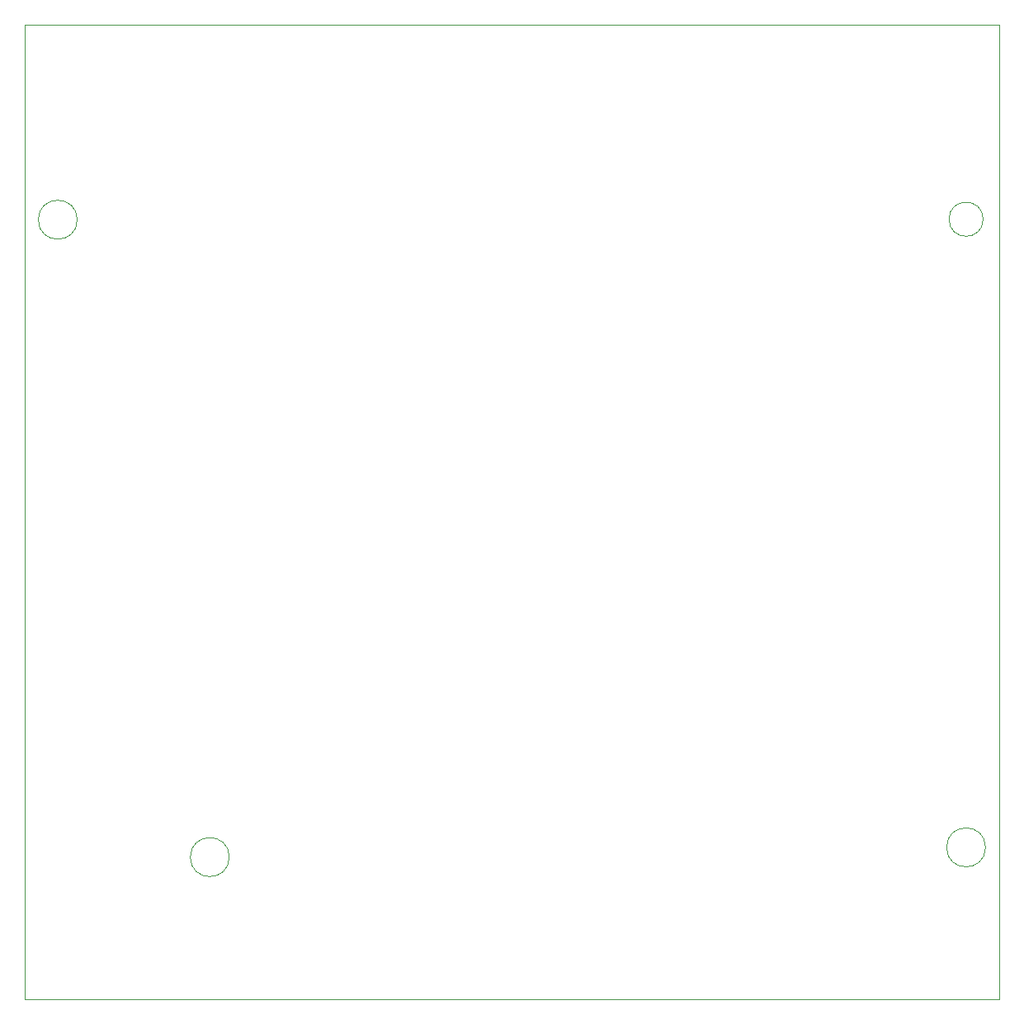
<source format=gbr>
%TF.GenerationSoftware,KiCad,Pcbnew,9.0.1*%
%TF.CreationDate,2025-05-24T15:04:37+02:00*%
%TF.ProjectId,kleingorium,6b6c6569-6e67-46f7-9269-756d2e6b6963,rev?*%
%TF.SameCoordinates,Original*%
%TF.FileFunction,Profile,NP*%
%FSLAX46Y46*%
G04 Gerber Fmt 4.6, Leading zero omitted, Abs format (unit mm)*
G04 Created by KiCad (PCBNEW 9.0.1) date 2025-05-24 15:04:37*
%MOMM*%
%LPD*%
G01*
G04 APERTURE LIST*
%TA.AperFunction,Profile*%
%ADD10C,0.050000*%
%TD*%
G04 APERTURE END LIST*
D10*
X92400000Y-67000000D02*
G75*
G02*
X88400000Y-67000000I-2000000J0D01*
G01*
X88400000Y-67000000D02*
G75*
G02*
X92400000Y-67000000I2000000J0D01*
G01*
X108000000Y-132400000D02*
G75*
G02*
X104000000Y-132400000I-2000000J0D01*
G01*
X104000000Y-132400000D02*
G75*
G02*
X108000000Y-132400000I2000000J0D01*
G01*
X185350000Y-66950000D02*
G75*
G02*
X181850000Y-66950000I-1750000J0D01*
G01*
X181850000Y-66950000D02*
G75*
G02*
X185350000Y-66950000I1750000J0D01*
G01*
X185600000Y-131400000D02*
G75*
G02*
X181600000Y-131400000I-2000000J0D01*
G01*
X181600000Y-131400000D02*
G75*
G02*
X185600000Y-131400000I2000000J0D01*
G01*
X87000000Y-47000000D02*
X187000000Y-47000000D01*
X187000000Y-147000000D01*
X87000000Y-147000000D01*
X87000000Y-47000000D01*
M02*

</source>
